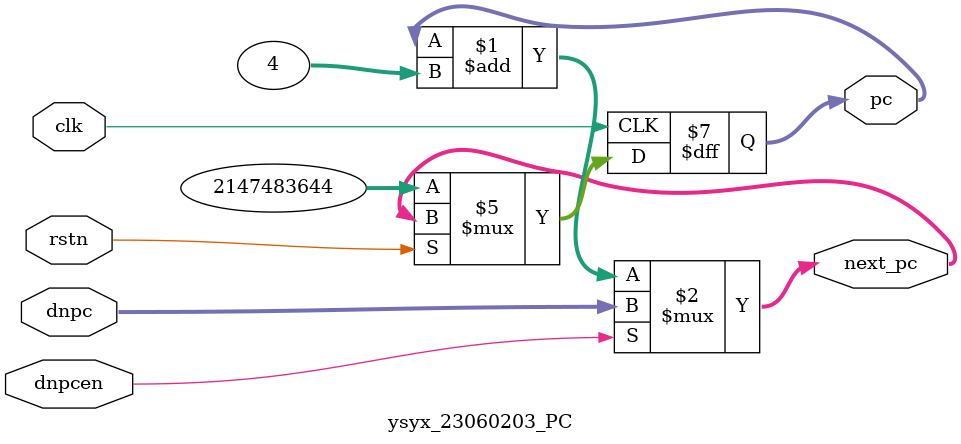
<source format=v>
module ysyx_23060203_PC (
  input rstn, clk,

  input dnpcen, // 是否需要外部提供下一个PC
  input [31:0] dnpc, // 动态的下一个PC

  output [31:0] next_pc,
  output reg [31:0] pc
);
  assign next_pc = dnpcen ? dnpc : pc + 4;

  always @(posedge clk) begin
    if (rstn) begin
      pc <= next_pc;
    end else begin
      pc <= 32'h80000000 - 4; // 复位0x80000000
    end
  end
endmodule

</source>
